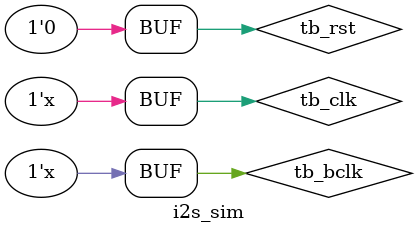
<source format=v>
`timescale 1ns / 1ps


module i2s_sim ();

    reg tb_clk;
    reg tb_rst;
    
    reg tb_lrclk; 
    reg tb_bclk;
    reg tb_sdi;
    
    wire tb_en;
    wire tb_adc_valid_l;
    wire tb_adc_valid_r;
    wire [23:0] tb_adc_data;

    i2s uut
    (
        .clk(tb_clk),
        .rst(tb_rst),
        .lrclk(tb_lrclk),
        .bclk(tb_bclk),
        .sdi(tb_sdi),
        .en(tb_en),
        .adc_valid_l(tb_adc_valid_l),
        .adc_valid_r(tb_adc_valid_r),
        .adc_data(tb_adc_data)
    );
    
    initial begin
        tb_clk <= 0;
        tb_rst <= 1;
        tb_lrclk <= 0;
        tb_bclk <= 0;
        tb_sdi <= 0;
        cntr <= 0;
         
        #20
        tb_rst <= 0;
    end
    
    //GENERATE CLOCK (100MHz)
    always #5 tb_clk = ~tb_clk;
    
    //GENERATE BCLK (25MHz)
    always #200 tb_bclk = ~tb_bclk;
    
    //GENERATE LRCLK (25MHz / 32), LOAD SDI
    localparam data = 32'h12345678;
    reg [5:0] cntr;
    
    always @ (negedge tb_bclk)
    begin
        if(tb_rst)
            cntr <= 0;
        else begin
            
            //if(tb_bclk) begin
                cntr <= cntr + 1;
            
                
            
                tb_sdi <= data[31 - cntr[4:0]];
            //end
            
        end
    end
    
    always @ (negedge tb_bclk)
    begin
        tb_lrclk <= cntr[5];
    end
    
    

endmodule

</source>
